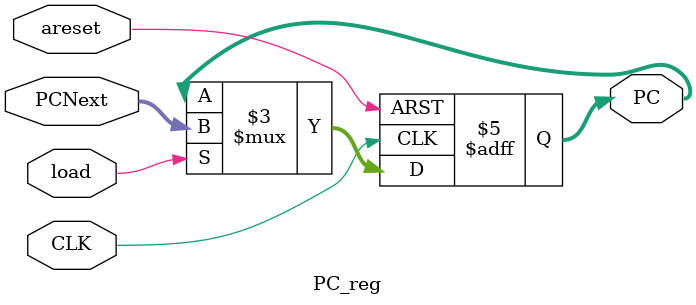
<source format=v>
module PC_reg(
    input [31:0]PCNext,
    input CLK,areset,load,
    output reg[31:0]PC
);

always @(posedge CLK or negedge areset )begin
    if(!areset) PC<=32'b0;
    else if(load)PC<=PCNext;
end
endmodule

</source>
